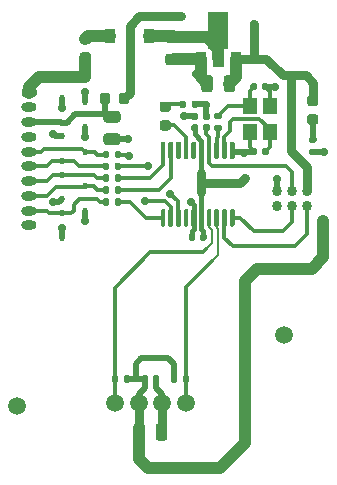
<source format=gbr>
%TF.GenerationSoftware,KiCad,Pcbnew,(5.1.7)-1*%
%TF.CreationDate,2021-09-13T22:56:48+02:00*%
%TF.ProjectId,Airspeed_SensorBoard,41697273-7065-4656-945f-53656e736f72,rev?*%
%TF.SameCoordinates,Original*%
%TF.FileFunction,Copper,L1,Top*%
%TF.FilePolarity,Positive*%
%FSLAX46Y46*%
G04 Gerber Fmt 4.6, Leading zero omitted, Abs format (unit mm)*
G04 Created by KiCad (PCBNEW (5.1.7)-1) date 2021-09-13 22:56:48*
%MOMM*%
%LPD*%
G01*
G04 APERTURE LIST*
%TA.AperFunction,SMDPad,CuDef*%
%ADD10C,0.863000*%
%TD*%
%TA.AperFunction,SMDPad,CuDef*%
%ADD11R,1.200000X1.400000*%
%TD*%
%TA.AperFunction,ComponentPad*%
%ADD12C,1.500000*%
%TD*%
%TA.AperFunction,SMDPad,CuDef*%
%ADD13C,0.100000*%
%TD*%
%TA.AperFunction,SMDPad,CuDef*%
%ADD14R,0.900000X1.300000*%
%TD*%
%TA.AperFunction,ComponentPad*%
%ADD15O,1.300000X0.800000*%
%TD*%
%TA.AperFunction,SMDPad,CuDef*%
%ADD16R,0.450000X0.600000*%
%TD*%
%TA.AperFunction,SMDPad,CuDef*%
%ADD17R,0.900000X1.200000*%
%TD*%
%TA.AperFunction,ViaPad*%
%ADD18C,0.700000*%
%TD*%
%TA.AperFunction,Conductor*%
%ADD19C,0.400000*%
%TD*%
%TA.AperFunction,Conductor*%
%ADD20C,0.300000*%
%TD*%
%TA.AperFunction,Conductor*%
%ADD21C,1.000000*%
%TD*%
%TA.AperFunction,Conductor*%
%ADD22C,0.750000*%
%TD*%
%TA.AperFunction,Conductor*%
%ADD23C,0.500000*%
%TD*%
%TA.AperFunction,Conductor*%
%ADD24C,0.200000*%
%TD*%
G04 APERTURE END LIST*
D10*
%TO.P,J2,1*%
%TO.N,+3V3*%
X85770000Y-34865000D03*
%TO.P,J2,2*%
%TO.N,/SWDIO*%
X85770000Y-36135000D03*
%TO.P,J2,3*%
%TO.N,/NRST*%
X84500000Y-34865000D03*
%TO.P,J2,4*%
%TO.N,/SWCLK*%
X84500000Y-36135000D03*
%TO.P,J2,5*%
%TO.N,GND*%
X83230000Y-34865000D03*
%TO.P,J2,6*%
%TO.N,N/C*%
X83230000Y-36135000D03*
%TD*%
D11*
%TO.P,Y1,4*%
%TO.N,GND*%
X80900000Y-29850000D03*
%TO.P,Y1,3*%
%TO.N,/XTAL_IN*%
X80900000Y-27650000D03*
%TO.P,Y1,2*%
%TO.N,GND*%
X82600000Y-27650000D03*
%TO.P,Y1,1*%
%TO.N,/HSE_IN*%
X82600000Y-29850000D03*
%TD*%
D12*
%TO.P,U3,*%
%TO.N,*%
X83800000Y-47000000D03*
X61200000Y-53000000D03*
%TO.P,U3,4*%
%TO.N,/I2C1_SDA*%
X75500000Y-52750000D03*
%TO.P,U3,3*%
%TO.N,GND*%
X73500000Y-52750000D03*
%TO.P,U3,2*%
%TO.N,+3V3*%
X71500000Y-52750000D03*
%TO.P,U3,1*%
%TO.N,/I2C1_SCL*%
X69500000Y-52750000D03*
%TD*%
%TO.P,U2,20*%
%TO.N,/SWCLK*%
%TA.AperFunction,SMDPad,CuDef*%
G36*
G01*
X79325000Y-36375000D02*
X79525000Y-36375000D01*
G75*
G02*
X79625000Y-36475000I0J-100000D01*
G01*
X79625000Y-37750000D01*
G75*
G02*
X79525000Y-37850000I-100000J0D01*
G01*
X79325000Y-37850000D01*
G75*
G02*
X79225000Y-37750000I0J100000D01*
G01*
X79225000Y-36475000D01*
G75*
G02*
X79325000Y-36375000I100000J0D01*
G01*
G37*
%TD.AperFunction*%
%TO.P,U2,19*%
%TO.N,/SWDIO*%
%TA.AperFunction,SMDPad,CuDef*%
G36*
G01*
X78675000Y-36375000D02*
X78875000Y-36375000D01*
G75*
G02*
X78975000Y-36475000I0J-100000D01*
G01*
X78975000Y-37750000D01*
G75*
G02*
X78875000Y-37850000I-100000J0D01*
G01*
X78675000Y-37850000D01*
G75*
G02*
X78575000Y-37750000I0J100000D01*
G01*
X78575000Y-36475000D01*
G75*
G02*
X78675000Y-36375000I100000J0D01*
G01*
G37*
%TD.AperFunction*%
%TO.P,U2,18*%
%TO.N,/I2C1_SDA*%
%TA.AperFunction,SMDPad,CuDef*%
G36*
G01*
X78025000Y-36375000D02*
X78225000Y-36375000D01*
G75*
G02*
X78325000Y-36475000I0J-100000D01*
G01*
X78325000Y-37750000D01*
G75*
G02*
X78225000Y-37850000I-100000J0D01*
G01*
X78025000Y-37850000D01*
G75*
G02*
X77925000Y-37750000I0J100000D01*
G01*
X77925000Y-36475000D01*
G75*
G02*
X78025000Y-36375000I100000J0D01*
G01*
G37*
%TD.AperFunction*%
%TO.P,U2,17*%
%TO.N,/I2C1_SCL*%
%TA.AperFunction,SMDPad,CuDef*%
G36*
G01*
X77375000Y-36375000D02*
X77575000Y-36375000D01*
G75*
G02*
X77675000Y-36475000I0J-100000D01*
G01*
X77675000Y-37750000D01*
G75*
G02*
X77575000Y-37850000I-100000J0D01*
G01*
X77375000Y-37850000D01*
G75*
G02*
X77275000Y-37750000I0J100000D01*
G01*
X77275000Y-36475000D01*
G75*
G02*
X77375000Y-36375000I100000J0D01*
G01*
G37*
%TD.AperFunction*%
%TO.P,U2,16*%
%TO.N,+3V3*%
%TA.AperFunction,SMDPad,CuDef*%
G36*
G01*
X76725000Y-36375000D02*
X76925000Y-36375000D01*
G75*
G02*
X77025000Y-36475000I0J-100000D01*
G01*
X77025000Y-37750000D01*
G75*
G02*
X76925000Y-37850000I-100000J0D01*
G01*
X76725000Y-37850000D01*
G75*
G02*
X76625000Y-37750000I0J100000D01*
G01*
X76625000Y-36475000D01*
G75*
G02*
X76725000Y-36375000I100000J0D01*
G01*
G37*
%TD.AperFunction*%
%TO.P,U2,15*%
%TO.N,GND*%
%TA.AperFunction,SMDPad,CuDef*%
G36*
G01*
X76075000Y-36375000D02*
X76275000Y-36375000D01*
G75*
G02*
X76375000Y-36475000I0J-100000D01*
G01*
X76375000Y-37750000D01*
G75*
G02*
X76275000Y-37850000I-100000J0D01*
G01*
X76075000Y-37850000D01*
G75*
G02*
X75975000Y-37750000I0J100000D01*
G01*
X75975000Y-36475000D01*
G75*
G02*
X76075000Y-36375000I100000J0D01*
G01*
G37*
%TD.AperFunction*%
%TO.P,U2,14*%
%TO.N,N/C*%
%TA.AperFunction,SMDPad,CuDef*%
G36*
G01*
X75425000Y-36375000D02*
X75625000Y-36375000D01*
G75*
G02*
X75725000Y-36475000I0J-100000D01*
G01*
X75725000Y-37750000D01*
G75*
G02*
X75625000Y-37850000I-100000J0D01*
G01*
X75425000Y-37850000D01*
G75*
G02*
X75325000Y-37750000I0J100000D01*
G01*
X75325000Y-36475000D01*
G75*
G02*
X75425000Y-36375000I100000J0D01*
G01*
G37*
%TD.AperFunction*%
%TO.P,U2,13*%
%TO.N,/SPI1_MOSI*%
%TA.AperFunction,SMDPad,CuDef*%
G36*
G01*
X74775000Y-36375000D02*
X74975000Y-36375000D01*
G75*
G02*
X75075000Y-36475000I0J-100000D01*
G01*
X75075000Y-37750000D01*
G75*
G02*
X74975000Y-37850000I-100000J0D01*
G01*
X74775000Y-37850000D01*
G75*
G02*
X74675000Y-37750000I0J100000D01*
G01*
X74675000Y-36475000D01*
G75*
G02*
X74775000Y-36375000I100000J0D01*
G01*
G37*
%TD.AperFunction*%
%TO.P,U2,12*%
%TO.N,/SPI1_MISO*%
%TA.AperFunction,SMDPad,CuDef*%
G36*
G01*
X74125000Y-36375000D02*
X74325000Y-36375000D01*
G75*
G02*
X74425000Y-36475000I0J-100000D01*
G01*
X74425000Y-37750000D01*
G75*
G02*
X74325000Y-37850000I-100000J0D01*
G01*
X74125000Y-37850000D01*
G75*
G02*
X74025000Y-37750000I0J100000D01*
G01*
X74025000Y-36475000D01*
G75*
G02*
X74125000Y-36375000I100000J0D01*
G01*
G37*
%TD.AperFunction*%
%TO.P,U2,11*%
%TO.N,/SPI1_SCK*%
%TA.AperFunction,SMDPad,CuDef*%
G36*
G01*
X73475000Y-36375000D02*
X73675000Y-36375000D01*
G75*
G02*
X73775000Y-36475000I0J-100000D01*
G01*
X73775000Y-37750000D01*
G75*
G02*
X73675000Y-37850000I-100000J0D01*
G01*
X73475000Y-37850000D01*
G75*
G02*
X73375000Y-37750000I0J100000D01*
G01*
X73375000Y-36475000D01*
G75*
G02*
X73475000Y-36375000I100000J0D01*
G01*
G37*
%TD.AperFunction*%
%TO.P,U2,10*%
%TO.N,/SPI1_NSS*%
%TA.AperFunction,SMDPad,CuDef*%
G36*
G01*
X73475000Y-30650000D02*
X73675000Y-30650000D01*
G75*
G02*
X73775000Y-30750000I0J-100000D01*
G01*
X73775000Y-32025000D01*
G75*
G02*
X73675000Y-32125000I-100000J0D01*
G01*
X73475000Y-32125000D01*
G75*
G02*
X73375000Y-32025000I0J100000D01*
G01*
X73375000Y-30750000D01*
G75*
G02*
X73475000Y-30650000I100000J0D01*
G01*
G37*
%TD.AperFunction*%
%TO.P,U2,9*%
%TO.N,/PA3_GPIO_OUT*%
%TA.AperFunction,SMDPad,CuDef*%
G36*
G01*
X74125000Y-30650000D02*
X74325000Y-30650000D01*
G75*
G02*
X74425000Y-30750000I0J-100000D01*
G01*
X74425000Y-32025000D01*
G75*
G02*
X74325000Y-32125000I-100000J0D01*
G01*
X74125000Y-32125000D01*
G75*
G02*
X74025000Y-32025000I0J100000D01*
G01*
X74025000Y-30750000D01*
G75*
G02*
X74125000Y-30650000I100000J0D01*
G01*
G37*
%TD.AperFunction*%
%TO.P,U2,8*%
%TO.N,N/C*%
%TA.AperFunction,SMDPad,CuDef*%
G36*
G01*
X74775000Y-30650000D02*
X74975000Y-30650000D01*
G75*
G02*
X75075000Y-30750000I0J-100000D01*
G01*
X75075000Y-32025000D01*
G75*
G02*
X74975000Y-32125000I-100000J0D01*
G01*
X74775000Y-32125000D01*
G75*
G02*
X74675000Y-32025000I0J100000D01*
G01*
X74675000Y-30750000D01*
G75*
G02*
X74775000Y-30650000I100000J0D01*
G01*
G37*
%TD.AperFunction*%
%TO.P,U2,7*%
%TO.N,/LED_A*%
%TA.AperFunction,SMDPad,CuDef*%
G36*
G01*
X75425000Y-30650000D02*
X75625000Y-30650000D01*
G75*
G02*
X75725000Y-30750000I0J-100000D01*
G01*
X75725000Y-32025000D01*
G75*
G02*
X75625000Y-32125000I-100000J0D01*
G01*
X75425000Y-32125000D01*
G75*
G02*
X75325000Y-32025000I0J100000D01*
G01*
X75325000Y-30750000D01*
G75*
G02*
X75425000Y-30650000I100000J0D01*
G01*
G37*
%TD.AperFunction*%
%TO.P,U2,6*%
%TO.N,N/C*%
%TA.AperFunction,SMDPad,CuDef*%
G36*
G01*
X76075000Y-30650000D02*
X76275000Y-30650000D01*
G75*
G02*
X76375000Y-30750000I0J-100000D01*
G01*
X76375000Y-32025000D01*
G75*
G02*
X76275000Y-32125000I-100000J0D01*
G01*
X76075000Y-32125000D01*
G75*
G02*
X75975000Y-32025000I0J100000D01*
G01*
X75975000Y-30750000D01*
G75*
G02*
X76075000Y-30650000I100000J0D01*
G01*
G37*
%TD.AperFunction*%
%TO.P,U2,5*%
%TO.N,+3V3*%
%TA.AperFunction,SMDPad,CuDef*%
G36*
G01*
X76725000Y-30650000D02*
X76925000Y-30650000D01*
G75*
G02*
X77025000Y-30750000I0J-100000D01*
G01*
X77025000Y-32025000D01*
G75*
G02*
X76925000Y-32125000I-100000J0D01*
G01*
X76725000Y-32125000D01*
G75*
G02*
X76625000Y-32025000I0J100000D01*
G01*
X76625000Y-30750000D01*
G75*
G02*
X76725000Y-30650000I100000J0D01*
G01*
G37*
%TD.AperFunction*%
%TO.P,U2,4*%
%TO.N,/NRST*%
%TA.AperFunction,SMDPad,CuDef*%
G36*
G01*
X77375000Y-30650000D02*
X77575000Y-30650000D01*
G75*
G02*
X77675000Y-30750000I0J-100000D01*
G01*
X77675000Y-32025000D01*
G75*
G02*
X77575000Y-32125000I-100000J0D01*
G01*
X77375000Y-32125000D01*
G75*
G02*
X77275000Y-32025000I0J100000D01*
G01*
X77275000Y-30750000D01*
G75*
G02*
X77375000Y-30650000I100000J0D01*
G01*
G37*
%TD.AperFunction*%
%TO.P,U2,3*%
%TO.N,/HSE_OUT*%
%TA.AperFunction,SMDPad,CuDef*%
G36*
G01*
X78025000Y-30650000D02*
X78225000Y-30650000D01*
G75*
G02*
X78325000Y-30750000I0J-100000D01*
G01*
X78325000Y-32025000D01*
G75*
G02*
X78225000Y-32125000I-100000J0D01*
G01*
X78025000Y-32125000D01*
G75*
G02*
X77925000Y-32025000I0J100000D01*
G01*
X77925000Y-30750000D01*
G75*
G02*
X78025000Y-30650000I100000J0D01*
G01*
G37*
%TD.AperFunction*%
%TO.P,U2,2*%
%TO.N,/HSE_IN*%
%TA.AperFunction,SMDPad,CuDef*%
G36*
G01*
X78675000Y-30650000D02*
X78875000Y-30650000D01*
G75*
G02*
X78975000Y-30750000I0J-100000D01*
G01*
X78975000Y-32025000D01*
G75*
G02*
X78875000Y-32125000I-100000J0D01*
G01*
X78675000Y-32125000D01*
G75*
G02*
X78575000Y-32025000I0J100000D01*
G01*
X78575000Y-30750000D01*
G75*
G02*
X78675000Y-30650000I100000J0D01*
G01*
G37*
%TD.AperFunction*%
%TO.P,U2,1*%
%TO.N,GND*%
%TA.AperFunction,SMDPad,CuDef*%
G36*
G01*
X79325000Y-30650000D02*
X79525000Y-30650000D01*
G75*
G02*
X79625000Y-30750000I0J-100000D01*
G01*
X79625000Y-32025000D01*
G75*
G02*
X79525000Y-32125000I-100000J0D01*
G01*
X79325000Y-32125000D01*
G75*
G02*
X79225000Y-32025000I0J100000D01*
G01*
X79225000Y-30750000D01*
G75*
G02*
X79325000Y-30650000I100000J0D01*
G01*
G37*
%TD.AperFunction*%
%TD*%
%TA.AperFunction,SMDPad,CuDef*%
D13*
%TO.P,U1,2*%
%TO.N,/+5V_RP*%
G36*
X79116500Y-19700000D02*
G01*
X79116500Y-22825000D01*
X78700000Y-22825000D01*
X78700000Y-24300000D01*
X77800000Y-24300000D01*
X77800000Y-22825000D01*
X77383500Y-22825000D01*
X77383500Y-19700000D01*
X79116500Y-19700000D01*
G37*
%TD.AperFunction*%
D14*
%TO.P,U1,3*%
%TO.N,+3V3*%
X79750000Y-23650000D03*
%TO.P,U1,1*%
%TO.N,GND*%
X76750000Y-23650000D03*
%TD*%
%TO.P,R10,2*%
%TO.N,/SPI_SCK*%
%TA.AperFunction,SMDPad,CuDef*%
G36*
G01*
X69010000Y-35565000D02*
X69010000Y-35935000D01*
G75*
G02*
X68875000Y-36070000I-135000J0D01*
G01*
X68605000Y-36070000D01*
G75*
G02*
X68470000Y-35935000I0J135000D01*
G01*
X68470000Y-35565000D01*
G75*
G02*
X68605000Y-35430000I135000J0D01*
G01*
X68875000Y-35430000D01*
G75*
G02*
X69010000Y-35565000I0J-135000D01*
G01*
G37*
%TD.AperFunction*%
%TO.P,R10,1*%
%TO.N,/SPI1_SCK*%
%TA.AperFunction,SMDPad,CuDef*%
G36*
G01*
X70030000Y-35565000D02*
X70030000Y-35935000D01*
G75*
G02*
X69895000Y-36070000I-135000J0D01*
G01*
X69625000Y-36070000D01*
G75*
G02*
X69490000Y-35935000I0J135000D01*
G01*
X69490000Y-35565000D01*
G75*
G02*
X69625000Y-35430000I135000J0D01*
G01*
X69895000Y-35430000D01*
G75*
G02*
X70030000Y-35565000I0J-135000D01*
G01*
G37*
%TD.AperFunction*%
%TD*%
%TO.P,R9,2*%
%TO.N,/DATA_READY*%
%TA.AperFunction,SMDPad,CuDef*%
G36*
G01*
X69010000Y-34565000D02*
X69010000Y-34935000D01*
G75*
G02*
X68875000Y-35070000I-135000J0D01*
G01*
X68605000Y-35070000D01*
G75*
G02*
X68470000Y-34935000I0J135000D01*
G01*
X68470000Y-34565000D01*
G75*
G02*
X68605000Y-34430000I135000J0D01*
G01*
X68875000Y-34430000D01*
G75*
G02*
X69010000Y-34565000I0J-135000D01*
G01*
G37*
%TD.AperFunction*%
%TO.P,R9,1*%
%TO.N,/PA3_GPIO_OUT*%
%TA.AperFunction,SMDPad,CuDef*%
G36*
G01*
X70030000Y-34565000D02*
X70030000Y-34935000D01*
G75*
G02*
X69895000Y-35070000I-135000J0D01*
G01*
X69625000Y-35070000D01*
G75*
G02*
X69490000Y-34935000I0J135000D01*
G01*
X69490000Y-34565000D01*
G75*
G02*
X69625000Y-34430000I135000J0D01*
G01*
X69895000Y-34430000D01*
G75*
G02*
X70030000Y-34565000I0J-135000D01*
G01*
G37*
%TD.AperFunction*%
%TD*%
%TO.P,R8,2*%
%TO.N,/SPI_NSS*%
%TA.AperFunction,SMDPad,CuDef*%
G36*
G01*
X69010000Y-33565000D02*
X69010000Y-33935000D01*
G75*
G02*
X68875000Y-34070000I-135000J0D01*
G01*
X68605000Y-34070000D01*
G75*
G02*
X68470000Y-33935000I0J135000D01*
G01*
X68470000Y-33565000D01*
G75*
G02*
X68605000Y-33430000I135000J0D01*
G01*
X68875000Y-33430000D01*
G75*
G02*
X69010000Y-33565000I0J-135000D01*
G01*
G37*
%TD.AperFunction*%
%TO.P,R8,1*%
%TO.N,/SPI1_NSS*%
%TA.AperFunction,SMDPad,CuDef*%
G36*
G01*
X70030000Y-33565000D02*
X70030000Y-33935000D01*
G75*
G02*
X69895000Y-34070000I-135000J0D01*
G01*
X69625000Y-34070000D01*
G75*
G02*
X69490000Y-33935000I0J135000D01*
G01*
X69490000Y-33565000D01*
G75*
G02*
X69625000Y-33430000I135000J0D01*
G01*
X69895000Y-33430000D01*
G75*
G02*
X70030000Y-33565000I0J-135000D01*
G01*
G37*
%TD.AperFunction*%
%TD*%
%TO.P,R7,2*%
%TO.N,/SPI_MOSI*%
%TA.AperFunction,SMDPad,CuDef*%
G36*
G01*
X69010000Y-32565000D02*
X69010000Y-32935000D01*
G75*
G02*
X68875000Y-33070000I-135000J0D01*
G01*
X68605000Y-33070000D01*
G75*
G02*
X68470000Y-32935000I0J135000D01*
G01*
X68470000Y-32565000D01*
G75*
G02*
X68605000Y-32430000I135000J0D01*
G01*
X68875000Y-32430000D01*
G75*
G02*
X69010000Y-32565000I0J-135000D01*
G01*
G37*
%TD.AperFunction*%
%TO.P,R7,1*%
%TO.N,/SPI1_MOSI*%
%TA.AperFunction,SMDPad,CuDef*%
G36*
G01*
X70030000Y-32565000D02*
X70030000Y-32935000D01*
G75*
G02*
X69895000Y-33070000I-135000J0D01*
G01*
X69625000Y-33070000D01*
G75*
G02*
X69490000Y-32935000I0J135000D01*
G01*
X69490000Y-32565000D01*
G75*
G02*
X69625000Y-32430000I135000J0D01*
G01*
X69895000Y-32430000D01*
G75*
G02*
X70030000Y-32565000I0J-135000D01*
G01*
G37*
%TD.AperFunction*%
%TD*%
%TO.P,R6,2*%
%TO.N,/SPI_MISO*%
%TA.AperFunction,SMDPad,CuDef*%
G36*
G01*
X69010000Y-31565000D02*
X69010000Y-31935000D01*
G75*
G02*
X68875000Y-32070000I-135000J0D01*
G01*
X68605000Y-32070000D01*
G75*
G02*
X68470000Y-31935000I0J135000D01*
G01*
X68470000Y-31565000D01*
G75*
G02*
X68605000Y-31430000I135000J0D01*
G01*
X68875000Y-31430000D01*
G75*
G02*
X69010000Y-31565000I0J-135000D01*
G01*
G37*
%TD.AperFunction*%
%TO.P,R6,1*%
%TO.N,/SPI1_MISO*%
%TA.AperFunction,SMDPad,CuDef*%
G36*
G01*
X70030000Y-31565000D02*
X70030000Y-31935000D01*
G75*
G02*
X69895000Y-32070000I-135000J0D01*
G01*
X69625000Y-32070000D01*
G75*
G02*
X69490000Y-31935000I0J135000D01*
G01*
X69490000Y-31565000D01*
G75*
G02*
X69625000Y-31430000I135000J0D01*
G01*
X69895000Y-31430000D01*
G75*
G02*
X70030000Y-31565000I0J-135000D01*
G01*
G37*
%TD.AperFunction*%
%TD*%
%TO.P,R5,2*%
%TO.N,/I2C1_SDA*%
%TA.AperFunction,SMDPad,CuDef*%
G36*
G01*
X75240000Y-50935000D02*
X75240000Y-50565000D01*
G75*
G02*
X75375000Y-50430000I135000J0D01*
G01*
X75645000Y-50430000D01*
G75*
G02*
X75780000Y-50565000I0J-135000D01*
G01*
X75780000Y-50935000D01*
G75*
G02*
X75645000Y-51070000I-135000J0D01*
G01*
X75375000Y-51070000D01*
G75*
G02*
X75240000Y-50935000I0J135000D01*
G01*
G37*
%TD.AperFunction*%
%TO.P,R5,1*%
%TO.N,+3V3*%
%TA.AperFunction,SMDPad,CuDef*%
G36*
G01*
X74220000Y-50935000D02*
X74220000Y-50565000D01*
G75*
G02*
X74355000Y-50430000I135000J0D01*
G01*
X74625000Y-50430000D01*
G75*
G02*
X74760000Y-50565000I0J-135000D01*
G01*
X74760000Y-50935000D01*
G75*
G02*
X74625000Y-51070000I-135000J0D01*
G01*
X74355000Y-51070000D01*
G75*
G02*
X74220000Y-50935000I0J135000D01*
G01*
G37*
%TD.AperFunction*%
%TD*%
%TO.P,R4,2*%
%TO.N,/I2C1_SCL*%
%TA.AperFunction,SMDPad,CuDef*%
G36*
G01*
X69760000Y-50565000D02*
X69760000Y-50935000D01*
G75*
G02*
X69625000Y-51070000I-135000J0D01*
G01*
X69355000Y-51070000D01*
G75*
G02*
X69220000Y-50935000I0J135000D01*
G01*
X69220000Y-50565000D01*
G75*
G02*
X69355000Y-50430000I135000J0D01*
G01*
X69625000Y-50430000D01*
G75*
G02*
X69760000Y-50565000I0J-135000D01*
G01*
G37*
%TD.AperFunction*%
%TO.P,R4,1*%
%TO.N,+3V3*%
%TA.AperFunction,SMDPad,CuDef*%
G36*
G01*
X70780000Y-50565000D02*
X70780000Y-50935000D01*
G75*
G02*
X70645000Y-51070000I-135000J0D01*
G01*
X70375000Y-51070000D01*
G75*
G02*
X70240000Y-50935000I0J135000D01*
G01*
X70240000Y-50565000D01*
G75*
G02*
X70375000Y-50430000I135000J0D01*
G01*
X70645000Y-50430000D01*
G75*
G02*
X70780000Y-50565000I0J-135000D01*
G01*
G37*
%TD.AperFunction*%
%TD*%
%TO.P,R3,2*%
%TO.N,/XTAL_IN*%
%TA.AperFunction,SMDPad,CuDef*%
G36*
G01*
X78435000Y-28760000D02*
X78065000Y-28760000D01*
G75*
G02*
X77930000Y-28625000I0J135000D01*
G01*
X77930000Y-28355000D01*
G75*
G02*
X78065000Y-28220000I135000J0D01*
G01*
X78435000Y-28220000D01*
G75*
G02*
X78570000Y-28355000I0J-135000D01*
G01*
X78570000Y-28625000D01*
G75*
G02*
X78435000Y-28760000I-135000J0D01*
G01*
G37*
%TD.AperFunction*%
%TO.P,R3,1*%
%TO.N,/HSE_OUT*%
%TA.AperFunction,SMDPad,CuDef*%
G36*
G01*
X78435000Y-29780000D02*
X78065000Y-29780000D01*
G75*
G02*
X77930000Y-29645000I0J135000D01*
G01*
X77930000Y-29375000D01*
G75*
G02*
X78065000Y-29240000I135000J0D01*
G01*
X78435000Y-29240000D01*
G75*
G02*
X78570000Y-29375000I0J-135000D01*
G01*
X78570000Y-29645000D01*
G75*
G02*
X78435000Y-29780000I-135000J0D01*
G01*
G37*
%TD.AperFunction*%
%TD*%
%TO.P,R2,2*%
%TO.N,/LED_K*%
%TA.AperFunction,SMDPad,CuDef*%
G36*
G01*
X75510000Y-27315000D02*
X75510000Y-27685000D01*
G75*
G02*
X75375000Y-27820000I-135000J0D01*
G01*
X75105000Y-27820000D01*
G75*
G02*
X74970000Y-27685000I0J135000D01*
G01*
X74970000Y-27315000D01*
G75*
G02*
X75105000Y-27180000I135000J0D01*
G01*
X75375000Y-27180000D01*
G75*
G02*
X75510000Y-27315000I0J-135000D01*
G01*
G37*
%TD.AperFunction*%
%TO.P,R2,1*%
%TO.N,GND*%
%TA.AperFunction,SMDPad,CuDef*%
G36*
G01*
X76530000Y-27315000D02*
X76530000Y-27685000D01*
G75*
G02*
X76395000Y-27820000I-135000J0D01*
G01*
X76125000Y-27820000D01*
G75*
G02*
X75990000Y-27685000I0J135000D01*
G01*
X75990000Y-27315000D01*
G75*
G02*
X76125000Y-27180000I135000J0D01*
G01*
X76395000Y-27180000D01*
G75*
G02*
X76530000Y-27315000I0J-135000D01*
G01*
G37*
%TD.AperFunction*%
%TD*%
%TO.P,R1,2*%
%TO.N,GND*%
%TA.AperFunction,SMDPad,CuDef*%
G36*
G01*
X86065000Y-31240000D02*
X86435000Y-31240000D01*
G75*
G02*
X86570000Y-31375000I0J-135000D01*
G01*
X86570000Y-31645000D01*
G75*
G02*
X86435000Y-31780000I-135000J0D01*
G01*
X86065000Y-31780000D01*
G75*
G02*
X85930000Y-31645000I0J135000D01*
G01*
X85930000Y-31375000D01*
G75*
G02*
X86065000Y-31240000I135000J0D01*
G01*
G37*
%TD.AperFunction*%
%TO.P,R1,1*%
%TO.N,/LED_PWR_K*%
%TA.AperFunction,SMDPad,CuDef*%
G36*
G01*
X86065000Y-30220000D02*
X86435000Y-30220000D01*
G75*
G02*
X86570000Y-30355000I0J-135000D01*
G01*
X86570000Y-30625000D01*
G75*
G02*
X86435000Y-30760000I-135000J0D01*
G01*
X86065000Y-30760000D01*
G75*
G02*
X85930000Y-30625000I0J135000D01*
G01*
X85930000Y-30355000D01*
G75*
G02*
X86065000Y-30220000I135000J0D01*
G01*
G37*
%TD.AperFunction*%
%TD*%
D15*
%TO.P,J1,10*%
%TO.N,GND*%
X62250000Y-37750000D03*
%TO.P,J1,9*%
%TO.N,/SPI_SCK*%
X62250000Y-36500000D03*
%TO.P,J1,8*%
%TO.N,/DATA_READY*%
X62250000Y-35250000D03*
%TO.P,J1,7*%
%TO.N,/SPI_NSS*%
X62250000Y-34000000D03*
%TO.P,J1,6*%
%TO.N,/SPI_MOSI*%
X62250000Y-32750000D03*
%TO.P,J1,5*%
%TO.N,/SPI_MISO*%
X62250000Y-31500000D03*
%TO.P,J1,4*%
%TO.N,GND*%
X62250000Y-30250000D03*
%TO.P,J1,3*%
%TO.N,/+3V3_OUT*%
X62250000Y-29000000D03*
%TO.P,J1,2*%
%TO.N,GND*%
X62250000Y-27750000D03*
%TO.P,J1,1*%
%TO.N,/+5V_IN*%
%TA.AperFunction,ComponentPad*%
G36*
G01*
X61800000Y-26100000D02*
X62700000Y-26100000D01*
G75*
G02*
X62900000Y-26300000I0J-200000D01*
G01*
X62900000Y-26700000D01*
G75*
G02*
X62700000Y-26900000I-200000J0D01*
G01*
X61800000Y-26900000D01*
G75*
G02*
X61600000Y-26700000I0J200000D01*
G01*
X61600000Y-26300000D01*
G75*
G02*
X61800000Y-26100000I200000J0D01*
G01*
G37*
%TD.AperFunction*%
%TD*%
%TO.P,FB2,2*%
%TO.N,/+3V3_OUT*%
%TA.AperFunction,SMDPad,CuDef*%
G36*
G01*
X69112500Y-26743750D02*
X69112500Y-27256250D01*
G75*
G02*
X68893750Y-27475000I-218750J0D01*
G01*
X68456250Y-27475000D01*
G75*
G02*
X68237500Y-27256250I0J218750D01*
G01*
X68237500Y-26743750D01*
G75*
G02*
X68456250Y-26525000I218750J0D01*
G01*
X68893750Y-26525000D01*
G75*
G02*
X69112500Y-26743750I0J-218750D01*
G01*
G37*
%TD.AperFunction*%
%TO.P,FB2,1*%
%TO.N,+3V3*%
%TA.AperFunction,SMDPad,CuDef*%
G36*
G01*
X70687500Y-26743750D02*
X70687500Y-27256250D01*
G75*
G02*
X70468750Y-27475000I-218750J0D01*
G01*
X70031250Y-27475000D01*
G75*
G02*
X69812500Y-27256250I0J218750D01*
G01*
X69812500Y-26743750D01*
G75*
G02*
X70031250Y-26525000I218750J0D01*
G01*
X70468750Y-26525000D01*
G75*
G02*
X70687500Y-26743750I0J-218750D01*
G01*
G37*
%TD.AperFunction*%
%TD*%
%TO.P,FB1,2*%
%TO.N,/+5V_IN*%
%TA.AperFunction,SMDPad,CuDef*%
G36*
G01*
X66743750Y-23100000D02*
X67256250Y-23100000D01*
G75*
G02*
X67475000Y-23318750I0J-218750D01*
G01*
X67475000Y-23756250D01*
G75*
G02*
X67256250Y-23975000I-218750J0D01*
G01*
X66743750Y-23975000D01*
G75*
G02*
X66525000Y-23756250I0J218750D01*
G01*
X66525000Y-23318750D01*
G75*
G02*
X66743750Y-23100000I218750J0D01*
G01*
G37*
%TD.AperFunction*%
%TO.P,FB1,1*%
%TO.N,+5V*%
%TA.AperFunction,SMDPad,CuDef*%
G36*
G01*
X66743750Y-21525000D02*
X67256250Y-21525000D01*
G75*
G02*
X67475000Y-21743750I0J-218750D01*
G01*
X67475000Y-22181250D01*
G75*
G02*
X67256250Y-22400000I-218750J0D01*
G01*
X66743750Y-22400000D01*
G75*
G02*
X66525000Y-22181250I0J218750D01*
G01*
X66525000Y-21743750D01*
G75*
G02*
X66743750Y-21525000I218750J0D01*
G01*
G37*
%TD.AperFunction*%
%TD*%
D16*
%TO.P,D10,2*%
%TO.N,GND*%
X65000000Y-38800000D03*
%TO.P,D10,1*%
%TO.N,/SPI_SCK*%
X65000000Y-36700000D03*
%TD*%
%TO.P,D9,2*%
%TO.N,GND*%
X67000000Y-36550000D03*
%TO.P,D9,1*%
%TO.N,/DATA_READY*%
X67000000Y-34450000D03*
%TD*%
%TO.P,D8,2*%
%TO.N,GND*%
X65000000Y-35550000D03*
%TO.P,D8,1*%
%TO.N,/SPI_NSS*%
X65000000Y-33450000D03*
%TD*%
%TO.P,D7,2*%
%TO.N,GND*%
X65000000Y-30200000D03*
%TO.P,D7,1*%
%TO.N,/SPI_MOSI*%
X65000000Y-32300000D03*
%TD*%
%TO.P,D6,2*%
%TO.N,GND*%
X67000000Y-29450000D03*
%TO.P,D6,1*%
%TO.N,/SPI_MISO*%
X67000000Y-31550000D03*
%TD*%
%TO.P,D5,2*%
%TO.N,GND*%
X65000000Y-26950000D03*
%TO.P,D5,1*%
%TO.N,/+3V3_OUT*%
X65000000Y-29050000D03*
%TD*%
%TO.P,D4,2*%
%TO.N,GND*%
X67000000Y-27300000D03*
%TO.P,D4,1*%
%TO.N,/+5V_IN*%
X67000000Y-25200000D03*
%TD*%
%TO.P,D3,2*%
%TO.N,/LED_A*%
%TA.AperFunction,SMDPad,CuDef*%
G36*
G01*
X73493750Y-28850000D02*
X74006250Y-28850000D01*
G75*
G02*
X74225000Y-29068750I0J-218750D01*
G01*
X74225000Y-29506250D01*
G75*
G02*
X74006250Y-29725000I-218750J0D01*
G01*
X73493750Y-29725000D01*
G75*
G02*
X73275000Y-29506250I0J218750D01*
G01*
X73275000Y-29068750D01*
G75*
G02*
X73493750Y-28850000I218750J0D01*
G01*
G37*
%TD.AperFunction*%
%TO.P,D3,1*%
%TO.N,/LED_K*%
%TA.AperFunction,SMDPad,CuDef*%
G36*
G01*
X73493750Y-27275000D02*
X74006250Y-27275000D01*
G75*
G02*
X74225000Y-27493750I0J-218750D01*
G01*
X74225000Y-27931250D01*
G75*
G02*
X74006250Y-28150000I-218750J0D01*
G01*
X73493750Y-28150000D01*
G75*
G02*
X73275000Y-27931250I0J218750D01*
G01*
X73275000Y-27493750D01*
G75*
G02*
X73493750Y-27275000I218750J0D01*
G01*
G37*
%TD.AperFunction*%
%TD*%
%TO.P,D2,2*%
%TO.N,+3V3*%
%TA.AperFunction,SMDPad,CuDef*%
G36*
G01*
X86506250Y-27650000D02*
X85993750Y-27650000D01*
G75*
G02*
X85775000Y-27431250I0J218750D01*
G01*
X85775000Y-26993750D01*
G75*
G02*
X85993750Y-26775000I218750J0D01*
G01*
X86506250Y-26775000D01*
G75*
G02*
X86725000Y-26993750I0J-218750D01*
G01*
X86725000Y-27431250D01*
G75*
G02*
X86506250Y-27650000I-218750J0D01*
G01*
G37*
%TD.AperFunction*%
%TO.P,D2,1*%
%TO.N,/LED_PWR_K*%
%TA.AperFunction,SMDPad,CuDef*%
G36*
G01*
X86506250Y-29225000D02*
X85993750Y-29225000D01*
G75*
G02*
X85775000Y-29006250I0J218750D01*
G01*
X85775000Y-28568750D01*
G75*
G02*
X85993750Y-28350000I218750J0D01*
G01*
X86506250Y-28350000D01*
G75*
G02*
X86725000Y-28568750I0J-218750D01*
G01*
X86725000Y-29006250D01*
G75*
G02*
X86506250Y-29225000I-218750J0D01*
G01*
G37*
%TD.AperFunction*%
%TD*%
D17*
%TO.P,D1,2*%
%TO.N,+5V*%
X69100000Y-21750000D03*
%TO.P,D1,1*%
%TO.N,/+5V_RP*%
X72400000Y-21750000D03*
%TD*%
%TO.P,C10,2*%
%TO.N,GND*%
%TA.AperFunction,SMDPad,CuDef*%
G36*
G01*
X68775000Y-29950000D02*
X69725000Y-29950000D01*
G75*
G02*
X69975000Y-30200000I0J-250000D01*
G01*
X69975000Y-30700000D01*
G75*
G02*
X69725000Y-30950000I-250000J0D01*
G01*
X68775000Y-30950000D01*
G75*
G02*
X68525000Y-30700000I0J250000D01*
G01*
X68525000Y-30200000D01*
G75*
G02*
X68775000Y-29950000I250000J0D01*
G01*
G37*
%TD.AperFunction*%
%TO.P,C10,1*%
%TO.N,/+3V3_OUT*%
%TA.AperFunction,SMDPad,CuDef*%
G36*
G01*
X68775000Y-28050000D02*
X69725000Y-28050000D01*
G75*
G02*
X69975000Y-28300000I0J-250000D01*
G01*
X69975000Y-28800000D01*
G75*
G02*
X69725000Y-29050000I-250000J0D01*
G01*
X68775000Y-29050000D01*
G75*
G02*
X68525000Y-28800000I0J250000D01*
G01*
X68525000Y-28300000D01*
G75*
G02*
X68775000Y-28050000I250000J0D01*
G01*
G37*
%TD.AperFunction*%
%TD*%
%TO.P,C9,2*%
%TO.N,GND*%
%TA.AperFunction,SMDPad,CuDef*%
G36*
G01*
X72950000Y-55725000D02*
X72950000Y-54775000D01*
G75*
G02*
X73200000Y-54525000I250000J0D01*
G01*
X73700000Y-54525000D01*
G75*
G02*
X73950000Y-54775000I0J-250000D01*
G01*
X73950000Y-55725000D01*
G75*
G02*
X73700000Y-55975000I-250000J0D01*
G01*
X73200000Y-55975000D01*
G75*
G02*
X72950000Y-55725000I0J250000D01*
G01*
G37*
%TD.AperFunction*%
%TO.P,C9,1*%
%TO.N,+3V3*%
%TA.AperFunction,SMDPad,CuDef*%
G36*
G01*
X71050000Y-55725000D02*
X71050000Y-54775000D01*
G75*
G02*
X71300000Y-54525000I250000J0D01*
G01*
X71800000Y-54525000D01*
G75*
G02*
X72050000Y-54775000I0J-250000D01*
G01*
X72050000Y-55725000D01*
G75*
G02*
X71800000Y-55975000I-250000J0D01*
G01*
X71300000Y-55975000D01*
G75*
G02*
X71050000Y-55725000I0J250000D01*
G01*
G37*
%TD.AperFunction*%
%TD*%
%TO.P,C8,2*%
%TO.N,GND*%
%TA.AperFunction,SMDPad,CuDef*%
G36*
G01*
X72700000Y-50920000D02*
X72700000Y-50580000D01*
G75*
G02*
X72840000Y-50440000I140000J0D01*
G01*
X73120000Y-50440000D01*
G75*
G02*
X73260000Y-50580000I0J-140000D01*
G01*
X73260000Y-50920000D01*
G75*
G02*
X73120000Y-51060000I-140000J0D01*
G01*
X72840000Y-51060000D01*
G75*
G02*
X72700000Y-50920000I0J140000D01*
G01*
G37*
%TD.AperFunction*%
%TO.P,C8,1*%
%TO.N,+3V3*%
%TA.AperFunction,SMDPad,CuDef*%
G36*
G01*
X71740000Y-50920000D02*
X71740000Y-50580000D01*
G75*
G02*
X71880000Y-50440000I140000J0D01*
G01*
X72160000Y-50440000D01*
G75*
G02*
X72300000Y-50580000I0J-140000D01*
G01*
X72300000Y-50920000D01*
G75*
G02*
X72160000Y-51060000I-140000J0D01*
G01*
X71880000Y-51060000D01*
G75*
G02*
X71740000Y-50920000I0J140000D01*
G01*
G37*
%TD.AperFunction*%
%TD*%
%TO.P,C7,2*%
%TO.N,GND*%
%TA.AperFunction,SMDPad,CuDef*%
G36*
G01*
X81930000Y-26170000D02*
X81930000Y-25830000D01*
G75*
G02*
X82070000Y-25690000I140000J0D01*
G01*
X82350000Y-25690000D01*
G75*
G02*
X82490000Y-25830000I0J-140000D01*
G01*
X82490000Y-26170000D01*
G75*
G02*
X82350000Y-26310000I-140000J0D01*
G01*
X82070000Y-26310000D01*
G75*
G02*
X81930000Y-26170000I0J140000D01*
G01*
G37*
%TD.AperFunction*%
%TO.P,C7,1*%
%TO.N,/XTAL_IN*%
%TA.AperFunction,SMDPad,CuDef*%
G36*
G01*
X80970000Y-26170000D02*
X80970000Y-25830000D01*
G75*
G02*
X81110000Y-25690000I140000J0D01*
G01*
X81390000Y-25690000D01*
G75*
G02*
X81530000Y-25830000I0J-140000D01*
G01*
X81530000Y-26170000D01*
G75*
G02*
X81390000Y-26310000I-140000J0D01*
G01*
X81110000Y-26310000D01*
G75*
G02*
X80970000Y-26170000I0J140000D01*
G01*
G37*
%TD.AperFunction*%
%TD*%
%TO.P,C6,2*%
%TO.N,GND*%
%TA.AperFunction,SMDPad,CuDef*%
G36*
G01*
X81550000Y-31330000D02*
X81550000Y-31670000D01*
G75*
G02*
X81410000Y-31810000I-140000J0D01*
G01*
X81130000Y-31810000D01*
G75*
G02*
X80990000Y-31670000I0J140000D01*
G01*
X80990000Y-31330000D01*
G75*
G02*
X81130000Y-31190000I140000J0D01*
G01*
X81410000Y-31190000D01*
G75*
G02*
X81550000Y-31330000I0J-140000D01*
G01*
G37*
%TD.AperFunction*%
%TO.P,C6,1*%
%TO.N,/HSE_IN*%
%TA.AperFunction,SMDPad,CuDef*%
G36*
G01*
X82510000Y-31330000D02*
X82510000Y-31670000D01*
G75*
G02*
X82370000Y-31810000I-140000J0D01*
G01*
X82090000Y-31810000D01*
G75*
G02*
X81950000Y-31670000I0J140000D01*
G01*
X81950000Y-31330000D01*
G75*
G02*
X82090000Y-31190000I140000J0D01*
G01*
X82370000Y-31190000D01*
G75*
G02*
X82510000Y-31330000I0J-140000D01*
G01*
G37*
%TD.AperFunction*%
%TD*%
%TO.P,C5,2*%
%TO.N,GND*%
%TA.AperFunction,SMDPad,CuDef*%
G36*
G01*
X77420000Y-28800000D02*
X77080000Y-28800000D01*
G75*
G02*
X76940000Y-28660000I0J140000D01*
G01*
X76940000Y-28380000D01*
G75*
G02*
X77080000Y-28240000I140000J0D01*
G01*
X77420000Y-28240000D01*
G75*
G02*
X77560000Y-28380000I0J-140000D01*
G01*
X77560000Y-28660000D01*
G75*
G02*
X77420000Y-28800000I-140000J0D01*
G01*
G37*
%TD.AperFunction*%
%TO.P,C5,1*%
%TO.N,/NRST*%
%TA.AperFunction,SMDPad,CuDef*%
G36*
G01*
X77420000Y-29760000D02*
X77080000Y-29760000D01*
G75*
G02*
X76940000Y-29620000I0J140000D01*
G01*
X76940000Y-29340000D01*
G75*
G02*
X77080000Y-29200000I140000J0D01*
G01*
X77420000Y-29200000D01*
G75*
G02*
X77560000Y-29340000I0J-140000D01*
G01*
X77560000Y-29620000D01*
G75*
G02*
X77420000Y-29760000I-140000J0D01*
G01*
G37*
%TD.AperFunction*%
%TD*%
%TO.P,C4,2*%
%TO.N,GND*%
%TA.AperFunction,SMDPad,CuDef*%
G36*
G01*
X76420000Y-28800000D02*
X76080000Y-28800000D01*
G75*
G02*
X75940000Y-28660000I0J140000D01*
G01*
X75940000Y-28380000D01*
G75*
G02*
X76080000Y-28240000I140000J0D01*
G01*
X76420000Y-28240000D01*
G75*
G02*
X76560000Y-28380000I0J-140000D01*
G01*
X76560000Y-28660000D01*
G75*
G02*
X76420000Y-28800000I-140000J0D01*
G01*
G37*
%TD.AperFunction*%
%TO.P,C4,1*%
%TO.N,+3V3*%
%TA.AperFunction,SMDPad,CuDef*%
G36*
G01*
X76420000Y-29760000D02*
X76080000Y-29760000D01*
G75*
G02*
X75940000Y-29620000I0J140000D01*
G01*
X75940000Y-29340000D01*
G75*
G02*
X76080000Y-29200000I140000J0D01*
G01*
X76420000Y-29200000D01*
G75*
G02*
X76560000Y-29340000I0J-140000D01*
G01*
X76560000Y-29620000D01*
G75*
G02*
X76420000Y-29760000I-140000J0D01*
G01*
G37*
%TD.AperFunction*%
%TD*%
%TO.P,C3,2*%
%TO.N,GND*%
%TA.AperFunction,SMDPad,CuDef*%
G36*
G01*
X76300000Y-38580000D02*
X76300000Y-38920000D01*
G75*
G02*
X76160000Y-39060000I-140000J0D01*
G01*
X75880000Y-39060000D01*
G75*
G02*
X75740000Y-38920000I0J140000D01*
G01*
X75740000Y-38580000D01*
G75*
G02*
X75880000Y-38440000I140000J0D01*
G01*
X76160000Y-38440000D01*
G75*
G02*
X76300000Y-38580000I0J-140000D01*
G01*
G37*
%TD.AperFunction*%
%TO.P,C3,1*%
%TO.N,+3V3*%
%TA.AperFunction,SMDPad,CuDef*%
G36*
G01*
X77260000Y-38580000D02*
X77260000Y-38920000D01*
G75*
G02*
X77120000Y-39060000I-140000J0D01*
G01*
X76840000Y-39060000D01*
G75*
G02*
X76700000Y-38920000I0J140000D01*
G01*
X76700000Y-38580000D01*
G75*
G02*
X76840000Y-38440000I140000J0D01*
G01*
X77120000Y-38440000D01*
G75*
G02*
X77260000Y-38580000I0J-140000D01*
G01*
G37*
%TD.AperFunction*%
%TD*%
%TO.P,C2,2*%
%TO.N,GND*%
%TA.AperFunction,SMDPad,CuDef*%
G36*
G01*
X77800000Y-25275000D02*
X77800000Y-26225000D01*
G75*
G02*
X77550000Y-26475000I-250000J0D01*
G01*
X77050000Y-26475000D01*
G75*
G02*
X76800000Y-26225000I0J250000D01*
G01*
X76800000Y-25275000D01*
G75*
G02*
X77050000Y-25025000I250000J0D01*
G01*
X77550000Y-25025000D01*
G75*
G02*
X77800000Y-25275000I0J-250000D01*
G01*
G37*
%TD.AperFunction*%
%TO.P,C2,1*%
%TO.N,+3V3*%
%TA.AperFunction,SMDPad,CuDef*%
G36*
G01*
X79700000Y-25275000D02*
X79700000Y-26225000D01*
G75*
G02*
X79450000Y-26475000I-250000J0D01*
G01*
X78950000Y-26475000D01*
G75*
G02*
X78700000Y-26225000I0J250000D01*
G01*
X78700000Y-25275000D01*
G75*
G02*
X78950000Y-25025000I250000J0D01*
G01*
X79450000Y-25025000D01*
G75*
G02*
X79700000Y-25275000I0J-250000D01*
G01*
G37*
%TD.AperFunction*%
%TD*%
%TO.P,C1,2*%
%TO.N,GND*%
%TA.AperFunction,SMDPad,CuDef*%
G36*
G01*
X74025000Y-23200000D02*
X74975000Y-23200000D01*
G75*
G02*
X75225000Y-23450000I0J-250000D01*
G01*
X75225000Y-23950000D01*
G75*
G02*
X74975000Y-24200000I-250000J0D01*
G01*
X74025000Y-24200000D01*
G75*
G02*
X73775000Y-23950000I0J250000D01*
G01*
X73775000Y-23450000D01*
G75*
G02*
X74025000Y-23200000I250000J0D01*
G01*
G37*
%TD.AperFunction*%
%TO.P,C1,1*%
%TO.N,/+5V_RP*%
%TA.AperFunction,SMDPad,CuDef*%
G36*
G01*
X74025000Y-21300000D02*
X74975000Y-21300000D01*
G75*
G02*
X75225000Y-21550000I0J-250000D01*
G01*
X75225000Y-22050000D01*
G75*
G02*
X74975000Y-22300000I-250000J0D01*
G01*
X74025000Y-22300000D01*
G75*
G02*
X73775000Y-22050000I0J250000D01*
G01*
X73775000Y-21550000D01*
G75*
G02*
X74025000Y-21300000I250000J0D01*
G01*
G37*
%TD.AperFunction*%
%TD*%
D18*
%TO.N,GND*%
X67000000Y-26450000D03*
X65000000Y-27800000D03*
X67000000Y-30300000D03*
X64250000Y-30000000D03*
X67000000Y-37400000D03*
X65000000Y-37950000D03*
X64250000Y-35800000D03*
X75950000Y-35800000D03*
X80400000Y-31600000D03*
X77250000Y-27550000D03*
X75700000Y-23650000D03*
X76350000Y-24900000D03*
X83050000Y-26000000D03*
X87200000Y-31500000D03*
X83200000Y-33800000D03*
X70600000Y-30450000D03*
X75350000Y-28500000D03*
%TO.N,+3V3*%
X87100000Y-37400000D03*
X85770000Y-33580000D03*
X80550000Y-33700000D03*
X84400000Y-31450000D03*
X75100000Y-20050000D03*
X81250000Y-20700000D03*
%TO.N,/SPI1_MISO*%
X70700000Y-31900000D03*
X72050000Y-35700000D03*
%TO.N,/SPI1_MOSI*%
X72300000Y-32750000D03*
X74200000Y-35050000D03*
%TD*%
D19*
%TO.N,GND*%
X76175000Y-37112500D02*
X76175000Y-38075000D01*
X76020000Y-38230000D02*
X76020000Y-38750000D01*
X76175000Y-38075000D02*
X76020000Y-38230000D01*
D20*
X82600000Y-26390000D02*
X82210000Y-26000000D01*
X82600000Y-27650000D02*
X82600000Y-26390000D01*
X80900000Y-31130000D02*
X81270000Y-31500000D01*
X80900000Y-29850000D02*
X80900000Y-31130000D01*
D21*
X76750000Y-25200000D02*
X77300000Y-25750000D01*
X76750000Y-23650000D02*
X76750000Y-25200000D01*
X74550000Y-23650000D02*
X74500000Y-23700000D01*
X76750000Y-23650000D02*
X75700000Y-23650000D01*
D22*
X73450000Y-52800000D02*
X73500000Y-52750000D01*
X73450000Y-55250000D02*
X73450000Y-52800000D01*
D23*
X73500000Y-52750000D02*
X73500000Y-52000000D01*
X72980000Y-51480000D02*
X72980000Y-50750000D01*
X73500000Y-52000000D02*
X72980000Y-51480000D01*
D21*
X75700000Y-23650000D02*
X74550000Y-23650000D01*
D23*
X69250000Y-30450000D02*
X70600000Y-30450000D01*
X67000000Y-30300000D02*
X67000000Y-29450000D01*
X64450000Y-30200000D02*
X64250000Y-30000000D01*
X65000000Y-30200000D02*
X64450000Y-30200000D01*
X67000000Y-27300000D02*
X67000000Y-26450000D01*
X65000000Y-26950000D02*
X65000000Y-27800000D01*
X64750000Y-35800000D02*
X65000000Y-35550000D01*
X64250000Y-35800000D02*
X64750000Y-35800000D01*
X67000000Y-36550000D02*
X67000000Y-37400000D01*
X65000000Y-38800000D02*
X65000000Y-37950000D01*
X83230000Y-33830000D02*
X83200000Y-33800000D01*
X83230000Y-34865000D02*
X83230000Y-33830000D01*
X87150000Y-31500000D02*
X86310000Y-31500000D01*
X82210000Y-26000000D02*
X83050000Y-26000000D01*
X80500000Y-31500000D02*
X80400000Y-31600000D01*
X81270000Y-31500000D02*
X80500000Y-31500000D01*
X80350000Y-31500000D02*
X79587500Y-31500000D01*
X77200000Y-27500000D02*
X77250000Y-27550000D01*
X76260000Y-27500000D02*
X77200000Y-27500000D01*
X77250000Y-28520000D02*
X77250000Y-27550000D01*
X75370000Y-28520000D02*
X75350000Y-28500000D01*
X76250000Y-28520000D02*
X75370000Y-28520000D01*
D19*
X76175000Y-36025000D02*
X75950000Y-35800000D01*
X76175000Y-37112500D02*
X76175000Y-36025000D01*
D23*
%TO.N,/+5V_RP*%
X74450000Y-21750000D02*
X74500000Y-21800000D01*
D21*
X72400000Y-21750000D02*
X74450000Y-21750000D01*
X78250000Y-22789998D02*
X78250000Y-23562500D01*
X77260002Y-21800000D02*
X78250000Y-22789998D01*
X74500000Y-21800000D02*
X77260002Y-21800000D01*
D19*
%TO.N,+3V3*%
X76825000Y-31387500D02*
X76825000Y-30575000D01*
X76250000Y-30000000D02*
X76250000Y-29480000D01*
X76825000Y-30575000D02*
X76250000Y-30000000D01*
X76825000Y-37112500D02*
X76825000Y-38075000D01*
X76980000Y-38230000D02*
X76980000Y-38750000D01*
X76825000Y-38075000D02*
X76980000Y-38230000D01*
D21*
X79750000Y-25200000D02*
X79200000Y-25750000D01*
X79750000Y-23650000D02*
X79750000Y-25200000D01*
D22*
X71550000Y-52800000D02*
X71500000Y-52750000D01*
X71550000Y-55250000D02*
X71550000Y-52800000D01*
D23*
X71500000Y-52750000D02*
X71500000Y-52000000D01*
X72020000Y-51480000D02*
X72020000Y-50750000D01*
X71500000Y-52000000D02*
X72020000Y-51480000D01*
X71250000Y-50750000D02*
X71250000Y-49500000D01*
X70510000Y-50750000D02*
X71250000Y-50750000D01*
X71250000Y-50750000D02*
X72020000Y-50750000D01*
X71250000Y-49500000D02*
X71750000Y-49000000D01*
X71750000Y-49000000D02*
X74000000Y-49000000D01*
X74490000Y-49490000D02*
X74490000Y-50750000D01*
X74000000Y-49000000D02*
X74490000Y-49490000D01*
D22*
X82300000Y-23650000D02*
X83700000Y-25050000D01*
X86250000Y-25650000D02*
X86250000Y-27212500D01*
X85650000Y-25050000D02*
X86250000Y-25650000D01*
X83700000Y-25050000D02*
X84400000Y-25050000D01*
X84400000Y-25050000D02*
X85650000Y-25050000D01*
X85770000Y-32820000D02*
X85770000Y-33580000D01*
X84400000Y-31450000D02*
X85770000Y-32820000D01*
X84400000Y-25050000D02*
X84400000Y-31450000D01*
D21*
X71550000Y-55250000D02*
X71550000Y-57500000D01*
X71550000Y-57500000D02*
X72300000Y-58250000D01*
X72300000Y-58250000D02*
X78400000Y-58250000D01*
X78400000Y-58250000D02*
X80500000Y-56150000D01*
X80500000Y-56150000D02*
X80500000Y-42450000D01*
X80500000Y-42450000D02*
X81550000Y-41400000D01*
X81550000Y-41400000D02*
X86150000Y-41400000D01*
X86150000Y-41400000D02*
X87100000Y-40450000D01*
X87100000Y-40450000D02*
X87100000Y-37400000D01*
X87100000Y-37400000D02*
X87100000Y-37400000D01*
D22*
X85770000Y-33580000D02*
X85770000Y-34865000D01*
D19*
X76825000Y-37112500D02*
X76825000Y-34925000D01*
X76825000Y-33325000D02*
X76825000Y-33675000D01*
X76825000Y-31387500D02*
X76825000Y-33325000D01*
D22*
X80075000Y-34175000D02*
X80550000Y-33700000D01*
X76825000Y-34175000D02*
X80075000Y-34175000D01*
X76825000Y-34925000D02*
X76825000Y-34175000D01*
X76825000Y-34175000D02*
X76825000Y-33325000D01*
X70250000Y-27000000D02*
X70750000Y-26500000D01*
X70750000Y-26500000D02*
X70750000Y-20850000D01*
X71550000Y-20050000D02*
X75100000Y-20050000D01*
X70750000Y-20850000D02*
X71550000Y-20050000D01*
X81250000Y-23350000D02*
X81550000Y-23650000D01*
X81550000Y-23650000D02*
X82300000Y-23650000D01*
X81250000Y-20700000D02*
X81250000Y-23350000D01*
X79750000Y-23650000D02*
X81550000Y-23650000D01*
D20*
%TO.N,/NRST*%
X84500000Y-34865000D02*
X84500000Y-33250000D01*
X84500000Y-33250000D02*
X84000000Y-32750000D01*
X84000000Y-32750000D02*
X77750000Y-32750000D01*
X77475000Y-32475000D02*
X77475000Y-31387500D01*
X77750000Y-32750000D02*
X77475000Y-32475000D01*
X77475000Y-31387500D02*
X77475000Y-30225000D01*
X77250000Y-30000000D02*
X77250000Y-29480000D01*
X77475000Y-30225000D02*
X77250000Y-30000000D01*
%TO.N,/HSE_IN*%
X78775000Y-30225000D02*
X78775000Y-31387500D01*
X79250000Y-29000000D02*
X79250000Y-29750000D01*
X79500000Y-28750000D02*
X79250000Y-29000000D01*
X79250000Y-29750000D02*
X78775000Y-30225000D01*
X81730002Y-28750000D02*
X79500000Y-28750000D01*
X82600000Y-29619998D02*
X81730002Y-28750000D01*
X82600000Y-29850000D02*
X82600000Y-29619998D01*
X82600000Y-31130000D02*
X82230000Y-31500000D01*
X82600000Y-29850000D02*
X82600000Y-31130000D01*
%TO.N,/XTAL_IN*%
X80750000Y-27500000D02*
X80900000Y-27650000D01*
X79090000Y-27650000D02*
X78250000Y-28490000D01*
X80900000Y-27650000D02*
X79090000Y-27650000D01*
X80900000Y-26350000D02*
X81250000Y-26000000D01*
X80900000Y-27650000D02*
X80900000Y-26350000D01*
D23*
%TO.N,/+3V3_OUT*%
X64950000Y-29000000D02*
X65000000Y-29050000D01*
X62250000Y-29000000D02*
X64950000Y-29000000D01*
X65000000Y-29050000D02*
X65450000Y-29050000D01*
X65450000Y-29050000D02*
X66143849Y-28356151D01*
X69056151Y-28356151D02*
X69250000Y-28550000D01*
X66143849Y-28356151D02*
X69056151Y-28356151D01*
X68675000Y-27000000D02*
X68675000Y-28356151D01*
D21*
%TO.N,+5V*%
X67212500Y-21750000D02*
X67000000Y-21962500D01*
X69100000Y-21750000D02*
X67212500Y-21750000D01*
D23*
%TO.N,/LED_PWR_K*%
X86250000Y-30490000D02*
X86250000Y-28787500D01*
D20*
%TO.N,/LED_A*%
X75525000Y-31387500D02*
X75525000Y-30275000D01*
X74537500Y-29287500D02*
X73750000Y-29287500D01*
X75525000Y-30275000D02*
X74537500Y-29287500D01*
%TO.N,/LED_K*%
X73962500Y-27500000D02*
X73750000Y-27712500D01*
X75240000Y-27500000D02*
X73962500Y-27500000D01*
D21*
%TO.N,/+5V_IN*%
X62250000Y-26500000D02*
X62250000Y-26000000D01*
X63050000Y-25200000D02*
X67000000Y-25200000D01*
X62250000Y-26000000D02*
X63050000Y-25200000D01*
X67000000Y-25200000D02*
X67000000Y-23537500D01*
D20*
%TO.N,/SPI_MISO*%
X62250000Y-31500000D02*
X63250000Y-31500000D01*
X63250000Y-31500000D02*
X63500000Y-31250000D01*
X66700000Y-31250000D02*
X67000000Y-31550000D01*
X63500000Y-31250000D02*
X66700000Y-31250000D01*
X67000000Y-31550000D02*
X67800000Y-31550000D01*
X68000000Y-31750000D02*
X68740000Y-31750000D01*
X67800000Y-31550000D02*
X68000000Y-31750000D01*
%TO.N,/SPI_MOSI*%
X62250000Y-32750000D02*
X63750000Y-32750000D01*
X64200000Y-32300000D02*
X65000000Y-32300000D01*
X63750000Y-32750000D02*
X64200000Y-32300000D01*
X65000000Y-32300000D02*
X66050000Y-32300000D01*
X66500000Y-32750000D02*
X68740000Y-32750000D01*
X66050000Y-32300000D02*
X66500000Y-32750000D01*
%TO.N,/SPI_NSS*%
X62250000Y-34000000D02*
X63750000Y-34000000D01*
X64300000Y-33450000D02*
X65000000Y-33450000D01*
X63750000Y-34000000D02*
X64300000Y-33450000D01*
X65000000Y-33450000D02*
X67700000Y-33450000D01*
X68000000Y-33750000D02*
X68740000Y-33750000D01*
X67700000Y-33450000D02*
X68000000Y-33750000D01*
%TO.N,/DATA_READY*%
X62250000Y-35250000D02*
X63750000Y-35250000D01*
X63750000Y-35250000D02*
X64500000Y-34500000D01*
X66950000Y-34500000D02*
X67000000Y-34450000D01*
X64500000Y-34500000D02*
X66950000Y-34500000D01*
X67000000Y-34450000D02*
X67700000Y-34450000D01*
X68000000Y-34750000D02*
X68740000Y-34750000D01*
X67700000Y-34450000D02*
X68000000Y-34750000D01*
%TO.N,/SPI_SCK*%
X62250000Y-36500000D02*
X63750000Y-36500000D01*
X63950000Y-36700000D02*
X65000000Y-36700000D01*
X63750000Y-36500000D02*
X63950000Y-36700000D01*
X65000000Y-36700000D02*
X65800000Y-36700000D01*
X65800000Y-36700000D02*
X66000000Y-36500000D01*
X66000000Y-36500000D02*
X66000000Y-36000000D01*
X66000000Y-36000000D02*
X66500000Y-35500000D01*
X66500000Y-35500000D02*
X68000000Y-35500000D01*
X68250000Y-35750000D02*
X68740000Y-35750000D01*
X68000000Y-35500000D02*
X68250000Y-35750000D01*
%TO.N,/HSE_OUT*%
X78125000Y-31387500D02*
X78125000Y-30375000D01*
X78250000Y-30250000D02*
X78250000Y-29510000D01*
X78125000Y-30375000D02*
X78250000Y-30250000D01*
D24*
%TO.N,/I2C1_SCL*%
X77475000Y-37850000D02*
X77750000Y-38125000D01*
X77475000Y-37112500D02*
X77475000Y-37850000D01*
X77750000Y-38125000D02*
X77750000Y-39250000D01*
X77750000Y-39250000D02*
X77250000Y-39750000D01*
D20*
X69500000Y-50760000D02*
X69490000Y-50750000D01*
X69500000Y-52750000D02*
X69500000Y-50760000D01*
X69490000Y-50750000D02*
X69490000Y-43010000D01*
X69490000Y-43010000D02*
X72500000Y-40000000D01*
X77000000Y-40000000D02*
X77250000Y-39750000D01*
X72500000Y-40000000D02*
X77000000Y-40000000D01*
D24*
%TO.N,/I2C1_SDA*%
X78125000Y-37934301D02*
X78250000Y-38059301D01*
X78125000Y-37112500D02*
X78125000Y-37934301D01*
X78250000Y-38059301D02*
X78250000Y-38750000D01*
X78250000Y-38750000D02*
X78250000Y-39250000D01*
X78250000Y-39250000D02*
X78250000Y-40250000D01*
X78250000Y-40250000D02*
X77750000Y-40750000D01*
D20*
X75500000Y-50760000D02*
X75510000Y-50750000D01*
X75500000Y-52750000D02*
X75500000Y-50760000D01*
X75510000Y-42990000D02*
X75510000Y-50750000D01*
X77750000Y-40750000D02*
X75510000Y-42990000D01*
%TO.N,/SPI1_MISO*%
X70550000Y-31750000D02*
X70700000Y-31900000D01*
X69760000Y-31750000D02*
X70550000Y-31750000D01*
X72050000Y-35700000D02*
X73700000Y-35700000D01*
X74225000Y-36225000D02*
X74225000Y-37112500D01*
X73700000Y-35700000D02*
X74225000Y-36225000D01*
%TO.N,/SPI1_MOSI*%
X74875000Y-35725000D02*
X74875000Y-37112500D01*
X74200000Y-35050000D02*
X74875000Y-35725000D01*
X69760000Y-32750000D02*
X72300000Y-32750000D01*
%TO.N,/SPI1_NSS*%
X69760000Y-33750000D02*
X72500000Y-33750000D01*
X73575000Y-32675000D02*
X73575000Y-31387500D01*
X72500000Y-33750000D02*
X73575000Y-32675000D01*
%TO.N,/PA3_GPIO_OUT*%
X74225000Y-31387500D02*
X74225000Y-33775000D01*
X73250000Y-34750000D02*
X69760000Y-34750000D01*
X74225000Y-33775000D02*
X73250000Y-34750000D01*
%TO.N,/SPI1_SCK*%
X69760000Y-35750000D02*
X70750000Y-35750000D01*
X72112500Y-37112500D02*
X73575000Y-37112500D01*
X70750000Y-35750000D02*
X72112500Y-37112500D01*
%TO.N,/SWDIO*%
X78775000Y-37112500D02*
X78775000Y-38775000D01*
X78775000Y-38775000D02*
X79500000Y-39500000D01*
X79500000Y-39500000D02*
X84750000Y-39500000D01*
X85770000Y-38480000D02*
X85770000Y-36135000D01*
X84750000Y-39500000D02*
X85770000Y-38480000D01*
%TO.N,/SWCLK*%
X79425000Y-37112500D02*
X80112500Y-37112500D01*
X80112500Y-37112500D02*
X81250000Y-38250000D01*
X81250000Y-38250000D02*
X83750000Y-38250000D01*
X84500000Y-37500000D02*
X84500000Y-36135000D01*
X83750000Y-38250000D02*
X84500000Y-37500000D01*
%TD*%
M02*

</source>
